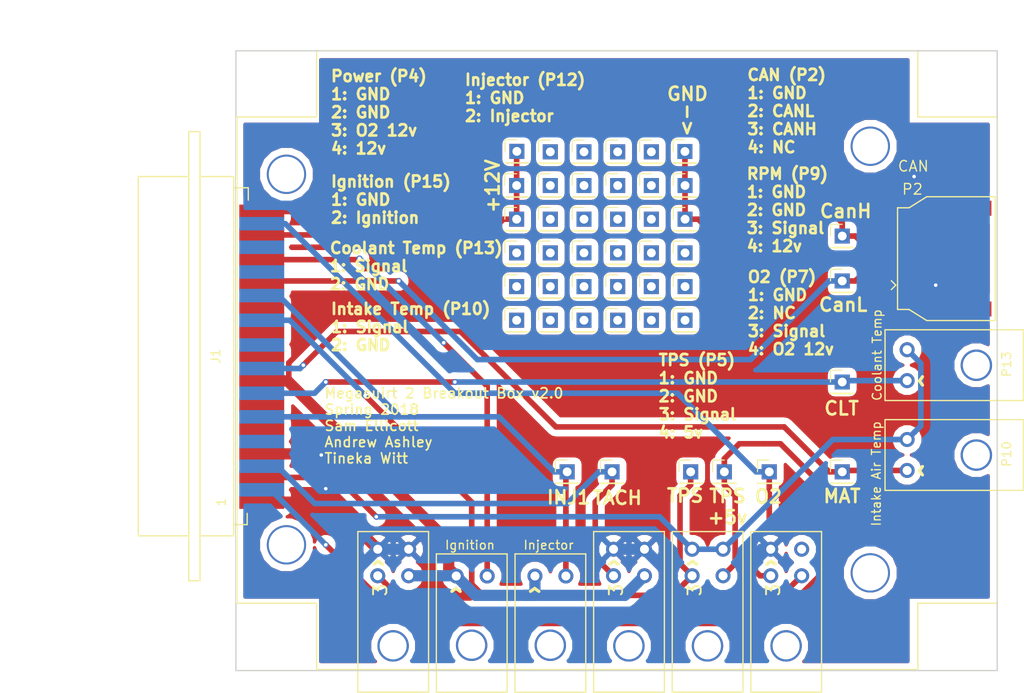
<source format=kicad_pcb>
(kicad_pcb (version 4) (host pcbnew 4.0.6)
  (layers (0 F.Cu signal) (31 B.Cu signal) (34 B.Paste user) (35 F.Paste user) (36 B.SilkS user) (37 F.SilkS user) (38 B.Mask user) (39 F.Mask user) (44 Edge.Cuts user))
  (net 0 "")
  (net 1 "Net-(J1-Pad2)")
  (net 2 "Net-(P4-Pad3)")
  (net 3 /GND)
  (net 4 "Net-(J1-Pad4)")
  (net 5 "Net-(J1-Pad5)")
  (net 6 /+12V-in)
  (net 7 "Net-(J1-Pad7)")
  (net 8 "Net-(J1-Pad8)")
  (net 9 "Net-(J1-Pad9)")
  (net 10 /purpleCANL)
  (net 11 /IGN)
  (net 12 /whiteCANH)
  (net 13 /TPS_5V)
  (net 14 /TACH)
  (net 15 "Net-(J1-Pad16)")
  (net 16 /INJ1)
  (net 17 /CLT)
  (net 18 /MAT)
  (net 19 "Net-(J1-Pad20)")
  (net 20 /TPS)
  (net 21 "Net-(J1-Pad23)")
  (net 22 "Net-(J1-Pad24)")
  (net 23 /02)
  (net 24 "Net-(J3-Pad1)")
  (net 25 "Net-(J4-Pad1)")
  (net 26 "Net-(J5-Pad1)")
  (net 27 "Net-(J6-Pad1)")
  (net 28 "Net-(J9-Pad1)")
  (net 29 "Net-(J10-Pad1)")
  (net 30 "Net-(J11-Pad1)")
  (net 31 "Net-(J12-Pad1)")
  (net 32 "Net-(J15-Pad1)")
  (net 33 "Net-(J16-Pad1)")
  (net 34 "Net-(J17-Pad1)")
  (net 35 "Net-(J18-Pad1)")
  (net 36 "Net-(J20-Pad1)")
  (net 37 "Net-(J21-Pad1)")
  (net 38 "Net-(J22-Pad1)")
  (net 39 "Net-(J23-Pad1)")
  (net 40 "Net-(J24-Pad1)")
  (net 41 "Net-(J25-Pad1)")
  (net 42 "Net-(J26-Pad1)")
  (net 43 "Net-(J27-Pad1)")
  (net 44 "Net-(J28-Pad1)")
  (net 45 "Net-(J29-Pad1)")
  (net 46 "Net-(J30-Pad1)")
  (net 47 "Net-(J31-Pad1)")
  (net 48 "Net-(J32-Pad1)")
  (net 49 "Net-(J33-Pad1)")
  (net 50 "Net-(J34-Pad1)")
  (net 51 "Net-(J35-Pad1)")
  (net 52 "Net-(J36-Pad1)")
  (net 53 "Net-(J37-Pad1)")
  (net 54 "Net-(P2-Pad4)")
  (net 55 "Net-(P7-Pad2)")
  (module supermileage_footprints:1593BB-box-silk (layer F.Cu) (at 175.387 82.804)
    (fp_text reference REF** hide)
    (fp_text value 1593BB-box)
    (pad "" thru_hole circle (at 5.588 -6.604) (size 4.445 4.445) (drill 4) (layers *.Cu *.Mask))
    (pad "" thru_hole circle (at 5.588 -48.514) (size 4.445 4.445) (drill 4) (layers *.Cu *.Mask))
    (pad "" thru_hole circle (at 71.628 -3.429) (size 4.445 4.445) (drill 4) (layers *.Cu *.Mask))
    (pad "" thru_hole circle (at 71.628 -51.689) (size 4.445 4.445) (drill 4) (layers *.Cu *.Mask))
  )
  (module Connect:DB25F_CI (layer F.Cu) (at 175.514 54.864 90)
    (fp_text reference J1 (at 0 -2.54 270) (layer F.SilkS))
    (fp_text value DB25)
    (fp_text user 1 (at -16.51 -1.905 270) (layer F.SilkS))
    (pad 1 connect rect (at -16.51 2.667 180) (size 5.08 1.524) (layers F.Cu F.Mask) (net 3 /GND))
    (pad 2 connect rect (at -13.716 2.667 180) (size 5.08 1.524) (layers F.Cu F.Mask) (net 1 "Net-(J1-Pad2)"))
    (pad 3 connect rect (at -11.049 2.667 180) (size 5.08 1.524) (layers F.Cu F.Mask) (net 3 /GND))
    (pad 4 connect rect (at -8.255 2.667 180) (size 5.08 1.524) (layers F.Cu F.Mask) (net 4 "Net-(J1-Pad4)"))
    (pad 5 connect rect (at -5.588 2.667 180) (size 5.08 1.524) (layers F.Cu F.Mask) (net 5 "Net-(J1-Pad5)"))
    (pad 6 connect rect (at -2.794 2.667 180) (size 5.08 1.524) (layers F.Cu F.Mask) (net 6 /+12V-in))
    (pad 7 connect rect (at 0 2.667 180) (size 5.08 1.524) (layers F.Cu F.Mask) (net 7 "Net-(J1-Pad7)"))
    (pad 8 connect rect (at 2.667 2.667 180) (size 5.08 1.524) (layers F.Cu F.Mask) (net 8 "Net-(J1-Pad8)"))
    (pad 9 connect rect (at 5.461 2.667 180) (size 5.08 1.524) (layers F.Cu F.Mask) (net 9 "Net-(J1-Pad9)"))
    (pad 10 connect rect (at 8.128 2.667 180) (size 5.08 1.524) (layers F.Cu F.Mask) (net 10 /purpleCANL))
    (pad 11 connect rect (at 10.922 2.667 180) (size 5.08 1.524) (layers F.Cu F.Mask) (net 11 /IGN))
    (pad 12 connect rect (at 13.716 2.667 180) (size 5.08 1.524) (layers F.Cu F.Mask) (net 12 /whiteCANH))
    (pad 13 connect rect (at 16.383 2.667 180) (size 5.08 1.524) (layers F.Cu F.Mask) (net 3 /GND))
    (pad 14 connect rect (at -15.113 2.667 180) (size 5.08 1.524) (layers B.Cu B.Mask) (net 13 /TPS_5V))
    (pad 15 connect rect (at -12.446 2.667 180) (size 5.08 1.524) (layers B.Cu B.Mask) (net 14 /TACH))
    (pad 16 connect rect (at -9.652 2.667 180) (size 5.08 1.524) (layers B.Cu B.Mask) (net 15 "Net-(J1-Pad16)"))
    (pad 17 connect rect (at -6.858 2.667 180) (size 5.08 1.524) (layers B.Cu B.Mask) (net 16 /INJ1))
    (pad 18 connect rect (at -4.191 2.667 180) (size 5.08 1.524) (layers B.Cu B.Mask) (net 17 /CLT))
    (pad 19 connect rect (at -1.397 2.667 180) (size 5.08 1.524) (layers B.Cu B.Mask) (net 18 /MAT))
    (pad 20 connect rect (at 1.27 2.667 180) (size 5.08 1.524) (layers B.Cu B.Mask) (net 19 "Net-(J1-Pad20)"))
    (pad 21 connect rect (at 4.064 2.667 180) (size 5.08 1.524) (layers B.Cu B.Mask) (net 20 /TPS))
    (pad 22 connect rect (at 6.858 2.667 180) (size 5.08 1.524) (layers B.Cu B.Mask) (net 16 /INJ1))
    (pad 23 connect rect (at 9.525 2.667 180) (size 5.08 1.524) (layers B.Cu B.Mask) (net 21 "Net-(J1-Pad23)"))
    (pad 24 connect rect (at 12.319 2.667 180) (size 5.08 1.524) (layers B.Cu B.Mask) (net 22 "Net-(J1-Pad24)"))
    (pad 25 connect rect (at 14.986 2.667 180) (size 5.08 1.524) (layers B.Cu B.Mask) (net 23 /02))
  )
  (module User_Connectors:Molex-duraClick-4conn (layer F.Cu) (at 251.89434 43.829986 90)
    (fp_text reference P2 (at 7.850886 -0.11684 180) (layer F.SilkS) (effects (font (size 1.2 1.2))))
    (fp_text value CAN (at 10.454386 -0.01524 180) (layer F.SilkS) (effects (font (size 1.2 1.2))))
    (pad 1 smd rect (at -2.999994 0 90) (size 1.2065 3.2004) (layers F.Cu F.Paste F.Mask) (net 3 /GND))
    (pad 2 smd rect (at -0.999998 0 90) (size 1.2065 3.2004) (layers F.Cu F.Paste F.Mask) (net 10 /purpleCANL))
    (pad 3 smd rect (at 0.999998 0 90) (size 1.2065 3.2004) (layers F.Cu F.Paste F.Mask) (net 12 /whiteCANH))
    (pad 4 smd rect (at 2.999994 0 90) (size 1.2065 3.2004) (layers F.Cu F.Paste F.Mask) (net 54 "Net-(P2-Pad4)"))
    (pad 0 smd rect (at -5.700014 6.16966 90) (size 1.700022 5.299964) (layers F.Cu F.Paste F.Mask))
    (pad 0 smd rect (at 5.700014 6.16966 90) (size 1.700022 5.299964) (layers F.Cu F.Paste F.Mask))
  )
  (module Pin_Headers:Pin_Header_Straight_1x01_Pitch2.54mm (layer F.Cu) (at 226.0473 31.7119)
    (fp_text reference J2)
    (fp_text value TEST_1P)
    (pad 1 thru_hole rect (at 0 0) (size 1.7 1.7) (drill 1) (layers *.Cu *.Mask) (net 3 /GND))
  )
  (module Pin_Headers:Pin_Header_Straight_1x01_Pitch2.54mm (layer F.Cu) (at 210.82 31.75)
    (fp_text reference J3)
    (fp_text value TEST_1P)
    (pad 1 thru_hole rect (at 0 0) (size 1.7 1.7) (drill 1) (layers *.Cu *.Mask) (net 24 "Net-(J3-Pad1)"))
  )
  (module Pin_Headers:Pin_Header_Straight_1x01_Pitch2.54mm (layer F.Cu) (at 214.63 31.75)
    (fp_text reference J4)
    (fp_text value TEST_1P)
    (pad 1 thru_hole rect (at 0 0) (size 1.7 1.7) (drill 1) (layers *.Cu *.Mask) (net 25 "Net-(J4-Pad1)"))
  )
  (module Pin_Headers:Pin_Header_Straight_1x01_Pitch2.54mm (layer F.Cu) (at 218.44 31.75)
    (fp_text reference J5)
    (fp_text value TEST_1P)
    (pad 1 thru_hole rect (at 0 0) (size 1.7 1.7) (drill 1) (layers *.Cu *.Mask) (net 26 "Net-(J5-Pad1)"))
  )
  (module Pin_Headers:Pin_Header_Straight_1x01_Pitch2.54mm (layer F.Cu) (at 222.25 31.75)
    (fp_text reference J6)
    (fp_text value TEST_1P)
    (pad 1 thru_hole rect (at 0 0) (size 1.7 1.7) (drill 1) (layers *.Cu *.Mask) (net 27 "Net-(J6-Pad1)"))
  )
  (module Pin_Headers:Pin_Header_Straight_1x01_Pitch2.54mm (layer F.Cu) (at 207.0354 31.6992)
    (fp_text reference J7)
    (fp_text value TEST_1P)
    (pad 1 thru_hole rect (at 0 0) (size 1.7 1.7) (drill 1) (layers *.Cu *.Mask) (net 6 /+12V-in))
  )
  (module Pin_Headers:Pin_Header_Straight_1x01_Pitch2.54mm (layer F.Cu) (at 226.06 35.56)
    (fp_text reference J8)
    (fp_text value TEST_1P)
    (pad 1 thru_hole rect (at 0 0) (size 1.7 1.7) (drill 1) (layers *.Cu *.Mask) (net 3 /GND))
  )
  (module Pin_Headers:Pin_Header_Straight_1x01_Pitch2.54mm (layer F.Cu) (at 222.25 35.56)
    (fp_text reference J9)
    (fp_text value TEST_1P)
    (pad 1 thru_hole rect (at 0 0) (size 1.7 1.7) (drill 1) (layers *.Cu *.Mask) (net 28 "Net-(J9-Pad1)"))
  )
  (module Pin_Headers:Pin_Header_Straight_1x01_Pitch2.54mm (layer F.Cu) (at 218.44 35.56)
    (fp_text reference J10)
    (fp_text value TEST_1P)
    (pad 1 thru_hole rect (at 0 0) (size 1.7 1.7) (drill 1) (layers *.Cu *.Mask) (net 29 "Net-(J10-Pad1)"))
  )
  (module Pin_Headers:Pin_Header_Straight_1x01_Pitch2.54mm (layer F.Cu) (at 214.63 35.56)
    (fp_text reference J11)
    (fp_text value TEST_1P)
    (pad 1 thru_hole rect (at 0 0) (size 1.7 1.7) (drill 1) (layers *.Cu *.Mask) (net 30 "Net-(J11-Pad1)"))
  )
  (module Pin_Headers:Pin_Header_Straight_1x01_Pitch2.54mm (layer F.Cu) (at 210.82 35.56)
    (fp_text reference J12)
    (fp_text value TEST_1P)
    (pad 1 thru_hole rect (at 0 0) (size 1.7 1.7) (drill 1) (layers *.Cu *.Mask) (net 31 "Net-(J12-Pad1)"))
  )
  (module Pin_Headers:Pin_Header_Straight_1x01_Pitch2.54mm (layer F.Cu) (at 207.01 35.56)
    (fp_text reference J13)
    (fp_text value TEST_1P)
    (pad 1 thru_hole rect (at 0 0) (size 1.7 1.7) (drill 1) (layers *.Cu *.Mask) (net 6 /+12V-in))
  )
  (module Pin_Headers:Pin_Header_Straight_1x01_Pitch2.54mm (layer F.Cu) (at 226.06 39.37)
    (fp_text reference J14)
    (fp_text value TEST_1P)
    (pad 1 thru_hole rect (at 0 0) (size 1.7 1.7) (drill 1) (layers *.Cu *.Mask) (net 3 /GND))
  )
  (module Pin_Headers:Pin_Header_Straight_1x01_Pitch2.54mm (layer F.Cu) (at 222.25 39.37)
    (fp_text reference J15)
    (fp_text value TEST_1P)
    (pad 1 thru_hole rect (at 0 0) (size 1.7 1.7) (drill 1) (layers *.Cu *.Mask) (net 32 "Net-(J15-Pad1)"))
  )
  (module Pin_Headers:Pin_Header_Straight_1x01_Pitch2.54mm (layer F.Cu) (at 218.44 39.37)
    (fp_text reference J16)
    (fp_text value TEST_1P)
    (pad 1 thru_hole rect (at 0 0) (size 1.7 1.7) (drill 1) (layers *.Cu *.Mask) (net 33 "Net-(J16-Pad1)"))
  )
  (module Pin_Headers:Pin_Header_Straight_1x01_Pitch2.54mm (layer F.Cu) (at 214.63 39.37)
    (fp_text reference J17)
    (fp_text value TEST_1P)
    (pad 1 thru_hole rect (at 0 0) (size 1.7 1.7) (drill 1) (layers *.Cu *.Mask) (net 34 "Net-(J17-Pad1)"))
  )
  (module Pin_Headers:Pin_Header_Straight_1x01_Pitch2.54mm (layer F.Cu) (at 210.82 39.37)
    (fp_text reference J18)
    (fp_text value TEST_1P)
    (pad 1 thru_hole rect (at 0 0) (size 1.7 1.7) (drill 1) (layers *.Cu *.Mask) (net 35 "Net-(J18-Pad1)"))
  )
  (module Pin_Headers:Pin_Header_Straight_1x01_Pitch2.54mm (layer F.Cu) (at 207.01 39.37)
    (fp_text reference J19)
    (fp_text value TEST_1P)
    (pad 1 thru_hole rect (at 0 0) (size 1.7 1.7) (drill 1) (layers *.Cu *.Mask) (net 6 /+12V-in))
  )
  (module Pin_Headers:Pin_Header_Straight_1x01_Pitch2.54mm (layer F.Cu) (at 226.06 43.18)
    (fp_text reference J20)
    (fp_text value TEST_1P)
    (pad 1 thru_hole rect (at 0 0) (size 1.7 1.7) (drill 1) (layers *.Cu *.Mask) (net 36 "Net-(J20-Pad1)"))
  )
  (module Pin_Headers:Pin_Header_Straight_1x01_Pitch2.54mm (layer F.Cu) (at 222.25 43.18)
    (fp_text reference J21)
    (fp_text value TEST_1P)
    (pad 1 thru_hole rect (at 0 0) (size 1.7 1.7) (drill 1) (layers *.Cu *.Mask) (net 37 "Net-(J21-Pad1)"))
  )
  (module Pin_Headers:Pin_Header_Straight_1x01_Pitch2.54mm (layer F.Cu) (at 218.44 43.18)
    (fp_text reference J22)
    (fp_text value TEST_1P)
    (pad 1 thru_hole rect (at 0 0) (size 1.7 1.7) (drill 1) (layers *.Cu *.Mask) (net 38 "Net-(J22-Pad1)"))
  )
  (module Pin_Headers:Pin_Header_Straight_1x01_Pitch2.54mm (layer F.Cu) (at 214.63 43.18)
    (fp_text reference J23)
    (fp_text value TEST_1P)
    (pad 1 thru_hole rect (at 0 0) (size 1.7 1.7) (drill 1) (layers *.Cu *.Mask) (net 39 "Net-(J23-Pad1)"))
  )
  (module Pin_Headers:Pin_Header_Straight_1x01_Pitch2.54mm (layer F.Cu) (at 210.82 43.18)
    (fp_text reference J24)
    (fp_text value TEST_1P)
    (pad 1 thru_hole rect (at 0 0) (size 1.7 1.7) (drill 1) (layers *.Cu *.Mask) (net 40 "Net-(J24-Pad1)"))
  )
  (module Pin_Headers:Pin_Header_Straight_1x01_Pitch2.54mm (layer F.Cu) (at 207.01 43.18)
    (fp_text reference J25)
    (fp_text value TEST_1P)
    (pad 1 thru_hole rect (at 0 0) (size 1.7 1.7) (drill 1) (layers *.Cu *.Mask) (net 41 "Net-(J25-Pad1)"))
  )
  (module Pin_Headers:Pin_Header_Straight_1x01_Pitch2.54mm (layer F.Cu) (at 222.25 46.99)
    (fp_text reference J26)
    (fp_text value TEST_1P)
    (pad 1 thru_hole rect (at 0 0) (size 1.7 1.7) (drill 1) (layers *.Cu *.Mask) (net 42 "Net-(J26-Pad1)"))
  )
  (module Pin_Headers:Pin_Header_Straight_1x01_Pitch2.54mm (layer F.Cu) (at 226.06 46.99)
    (fp_text reference J27)
    (fp_text value TEST_1P)
    (pad 1 thru_hole rect (at 0 0) (size 1.7 1.7) (drill 1) (layers *.Cu *.Mask) (net 43 "Net-(J27-Pad1)"))
  )
  (module Pin_Headers:Pin_Header_Straight_1x01_Pitch2.54mm (layer F.Cu) (at 218.44 46.99)
    (fp_text reference J28)
    (fp_text value TEST_1P)
    (pad 1 thru_hole rect (at 0 0) (size 1.7 1.7) (drill 1) (layers *.Cu *.Mask) (net 44 "Net-(J28-Pad1)"))
  )
  (module Pin_Headers:Pin_Header_Straight_1x01_Pitch2.54mm (layer F.Cu) (at 214.63 46.99)
    (fp_text reference J29)
    (fp_text value TEST_1P)
    (pad 1 thru_hole rect (at 0 0) (size 1.7 1.7) (drill 1) (layers *.Cu *.Mask) (net 45 "Net-(J29-Pad1)"))
  )
  (module Pin_Headers:Pin_Header_Straight_1x01_Pitch2.54mm (layer F.Cu) (at 210.82 46.99)
    (fp_text reference J30)
    (fp_text value TEST_1P)
    (pad 1 thru_hole rect (at 0 0) (size 1.7 1.7) (drill 1) (layers *.Cu *.Mask) (net 46 "Net-(J30-Pad1)"))
  )
  (module Pin_Headers:Pin_Header_Straight_1x01_Pitch2.54mm (layer F.Cu) (at 207.01 46.99)
    (fp_text reference J31)
    (fp_text value TEST_1P)
    (pad 1 thru_hole rect (at 0 0) (size 1.7 1.7) (drill 1) (layers *.Cu *.Mask) (net 47 "Net-(J31-Pad1)"))
  )
  (module Pin_Headers:Pin_Header_Straight_1x01_Pitch2.54mm (layer F.Cu) (at 226.06 50.8)
    (fp_text reference J32)
    (fp_text value TEST_1P)
    (pad 1 thru_hole rect (at 0 0) (size 1.7 1.7) (drill 1) (layers *.Cu *.Mask) (net 48 "Net-(J32-Pad1)"))
  )
  (module Pin_Headers:Pin_Header_Straight_1x01_Pitch2.54mm (layer F.Cu) (at 222.25 50.8)
    (fp_text reference J33)
    (fp_text value TEST_1P)
    (pad 1 thru_hole rect (at 0 0) (size 1.7 1.7) (drill 1) (layers *.Cu *.Mask) (net 49 "Net-(J33-Pad1)"))
  )
  (module Pin_Headers:Pin_Header_Straight_1x01_Pitch2.54mm (layer F.Cu) (at 218.44 50.8)
    (fp_text reference J34)
    (fp_text value TEST_1P)
    (pad 1 thru_hole rect (at 0 0) (size 1.7 1.7) (drill 1) (layers *.Cu *.Mask) (net 50 "Net-(J34-Pad1)"))
  )
  (module Pin_Headers:Pin_Header_Straight_1x01_Pitch2.54mm (layer F.Cu) (at 214.63 50.8)
    (fp_text reference J35)
    (fp_text value TEST_1P)
    (pad 1 thru_hole rect (at 0 0) (size 1.7 1.7) (drill 1) (layers *.Cu *.Mask) (net 51 "Net-(J35-Pad1)"))
  )
  (module Pin_Headers:Pin_Header_Straight_1x01_Pitch2.54mm (layer F.Cu) (at 210.82 50.8)
    (fp_text reference J36)
    (fp_text value TEST_1P)
    (pad 1 thru_hole rect (at 0 0) (size 1.7 1.7) (drill 1) (layers *.Cu *.Mask) (net 52 "Net-(J36-Pad1)"))
  )
  (module Pin_Headers:Pin_Header_Straight_1x01_Pitch2.54mm (layer F.Cu) (at 207.01 50.8)
    (fp_text reference J37)
    (fp_text value TEST_1P)
    (pad 1 thru_hole rect (at 0 0) (size 1.7 1.7) (drill 1) (layers *.Cu *.Mask) (net 53 "Net-(J37-Pad1)"))
  )
  (module Pin_Headers:Pin_Header_Straight_1x01_Pitch2.54mm (layer F.Cu) (at 235.585 67.945)
    (fp_text reference J38)
    (fp_text value O2)
    (pad 1 thru_hole rect (at 0 0) (size 1.7 1.7) (drill 1) (layers *.Cu *.Mask) (net 23 /02))
  )
  (module Pin_Headers:Pin_Header_Straight_1x01_Pitch2.54mm (layer F.Cu) (at 243.84 41.275)
    (fp_text reference J39)
    (fp_text value CANH)
    (pad 1 thru_hole rect (at 0 0) (size 1.7 1.7) (drill 1) (layers *.Cu *.Mask) (net 12 /whiteCANH))
  )
  (module Pin_Headers:Pin_Header_Straight_1x01_Pitch2.54mm (layer F.Cu) (at 243.84 46.355)
    (fp_text reference J40)
    (fp_text value CANL)
    (pad 1 thru_hole rect (at 0 0) (size 1.7 1.7) (drill 1) (layers *.Cu *.Mask) (net 10 /purpleCANL))
  )
  (module Pin_Headers:Pin_Header_Straight_1x01_Pitch2.54mm (layer F.Cu) (at 212.725 67.945)
    (fp_text reference J41)
    (fp_text value INJ)
    (pad 1 thru_hole rect (at 0 0) (size 1.7 1.7) (drill 1) (layers *.Cu *.Mask) (net 16 /INJ1))
  )
  (module Pin_Headers:Pin_Header_Straight_1x01_Pitch2.54mm (layer F.Cu) (at 226.695 67.945)
    (fp_text reference J42)
    (fp_text value TPS)
    (pad 1 thru_hole rect (at 0 0) (size 1.7 1.7) (drill 1) (layers *.Cu *.Mask) (net 20 /TPS))
  )
  (module Pin_Headers:Pin_Header_Straight_1x01_Pitch2.54mm (layer F.Cu) (at 243.84 67.945)
    (fp_text reference J43)
    (fp_text value MAT)
    (pad 1 thru_hole rect (at 0 0) (size 1.7 1.7) (drill 1) (layers *.Cu *.Mask) (net 18 /MAT))
  )
  (module Pin_Headers:Pin_Header_Straight_1x01_Pitch2.54mm (layer F.Cu) (at 243.84 57.785)
    (fp_text reference J44)
    (fp_text value CLT)
    (pad 1 thru_hole rect (at 0 0) (size 1.7 1.7) (drill 1) (layers *.Cu *.Mask) (net 17 /CLT))
  )
  (module Pin_Headers:Pin_Header_Straight_1x01_Pitch2.54mm (layer F.Cu) (at 217.805 67.945)
    (fp_text reference J45)
    (fp_text value TACH)
    (pad 1 thru_hole rect (at 0 0) (size 1.7 1.7) (drill 1) (layers *.Cu *.Mask) (net 14 /TACH))
  )
  (module Pin_Headers:Pin_Header_Straight_1x01_Pitch2.54mm (layer F.Cu) (at 230.505 67.945)
    (fp_text reference J46)
    (fp_text value TPS_5V)
    (pad 1 thru_hole rect (at 0 0) (size 1.7 1.7) (drill 1) (layers *.Cu *.Mask) (net 13 /TPS_5V))
  )
  (module supermileage_footprints:Molex-UltraFit-2p (layer F.Cu) (at 259.08 55.88 90)
    (fp_text reference P13 (at 0.1016 3.3528 90) (layer F.SilkS))
    (fp_text value "Coolant Temp" (at 1.143 -11.303 90) (layer F.SilkS))
    (fp_text user ^ (at -1.778 -5.08 90) (layer F.SilkS) (effects (font (size 2.4 2.5) (thickness 0.357))))
    (pad 1 thru_hole circle (at -1.75 -7.9 90) (size 1.7 1.7) (drill 1.02) (layers *.Cu *.Mask) (net 17 /CLT))
    (pad 2 thru_hole circle (at 1.75 -7.9 90) (size 1.7 1.7) (drill 1.02) (layers *.Cu *.Mask) (net 1 "Net-(J1-Pad2)"))
    (pad "" thru_hole circle (at -0.01 -0.07 90) (size 3.556 3.556) (drill 3.05) (layers *.Cu *.Mask))
  )
  (module supermileage_footprints:Molex-UltraFit-2p (layer F.Cu) (at 259.08 66.04 90)
    (fp_text reference P10 (at 0.1016 3.3528 90) (layer F.SilkS))
    (fp_text value "Intake Air Temp" (at -2.1209 -11.3919 90) (layer F.SilkS))
    (fp_text user ^ (at -1.778 -5.08 90) (layer F.SilkS) (effects (font (size 2.4 2.5) (thickness 0.357))))
    (pad 1 thru_hole circle (at -1.75 -7.9 90) (size 1.7 1.7) (drill 1.02) (layers *.Cu *.Mask) (net 18 /MAT))
    (pad 2 thru_hole circle (at 1.75 -7.9 90) (size 1.7 1.7) (drill 1.02) (layers *.Cu *.Mask) (net 1 "Net-(J1-Pad2)"))
    (pad "" thru_hole circle (at -0.01 -0.07 90) (size 3.556 3.556) (drill 3.05) (layers *.Cu *.Mask))
  )
  (module supermileage_footprints:Molex-UltraFit-2p (layer F.Cu) (at 201.93 87.63)
    (fp_text reference P15)
    (fp_text value Ignition (at -0.2 -11.4) (layer F.SilkS))
    (fp_text user ^ (at -1.778 -5.08) (layer F.SilkS) (effects (font (size 2.4 2.5) (thickness 0.357))))
    (pad 1 thru_hole circle (at -1.75 -7.9) (size 1.7 1.7) (drill 1.02) (layers *.Cu *.Mask) (net 6 /+12V-in))
    (pad 2 thru_hole circle (at 1.75 -7.9) (size 1.7 1.7) (drill 1.02) (layers *.Cu *.Mask) (net 11 /IGN))
    (pad "" thru_hole circle (at -0.01 -0.07) (size 3.556 3.556) (drill 3.05) (layers *.Cu *.Mask))
  )
  (module supermileage_footprints:Molex-UltraFit-2p (layer F.Cu) (at 210.83 87.63)
    (fp_text reference P12)
    (fp_text value Injector (at -0.2 -11.4) (layer F.SilkS))
    (fp_text user ^ (at -1.778 -5.08) (layer F.SilkS) (effects (font (size 2.4 2.5) (thickness 0.357))))
    (pad 1 thru_hole circle (at -1.75 -7.9) (size 1.7 1.7) (drill 1.02) (layers *.Cu *.Mask) (net 6 /+12V-in))
    (pad 2 thru_hole circle (at 1.75 -7.9) (size 1.7 1.7) (drill 1.02) (layers *.Cu *.Mask) (net 16 /INJ1))
    (pad "" thru_hole circle (at -0.01 -0.07) (size 3.556 3.556) (drill 3.05) (layers *.Cu *.Mask))
  )
  (module supermileage_footprints:Molex-UltraFit-4p (layer F.Cu) (at 215.72 74.7)
    (fp_text reference P9)
    (fp_text value RPM)
    (fp_text user 3 (at 2.54 6.604 90) (layer F.SilkS) (effects (font (size 1.5 1.5) (thickness 0.21))))
    (fp_text user ^ (at 2.286 4.826) (layer F.SilkS) (effects (font (size 2.5 2.5) (thickness 0.357))))
    (pad 2 thru_hole circle (at 5.75 2) (size 1.7 1.7) (drill 1.02) (layers *.Cu *.Mask) (net 3 /GND))
    (pad 3 thru_hole circle (at 2.25 5) (size 1.7 1.7) (drill 1.02) (layers *.Cu *.Mask) (net 14 /TACH))
    (pad 4 thru_hole circle (at 5.75 5) (size 1.7 1.7) (drill 1.02) (layers *.Cu *.Mask) (net 6 /+12V-in))
    (pad 1 thru_hole circle (at 2.25 2) (size 1.7 1.7) (drill 1.02) (layers *.Cu *.Mask) (net 3 /GND))
    (pad "" thru_hole circle (at 3.99 12.93) (size 3.556 3.556) (drill 3.05) (layers *.Cu *.Mask))
  )
  (module supermileage_footprints:Molex-UltraFit-4p (layer F.Cu) (at 224.61 74.7)
    (fp_text reference P5)
    (fp_text value "Throttle Position Sensor")
    (fp_text user 3 (at 2.54 6.604 90) (layer F.SilkS) (effects (font (size 1.5 1.5) (thickness 0.21))))
    (fp_text user ^ (at 2.286 4.826) (layer F.SilkS) (effects (font (size 2.5 2.5) (thickness 0.357))))
    (pad 2 thru_hole circle (at 5.75 2) (size 1.7 1.7) (drill 1.02) (layers *.Cu *.Mask) (net 1 "Net-(J1-Pad2)"))
    (pad 3 thru_hole circle (at 2.25 5) (size 1.7 1.7) (drill 1.02) (layers *.Cu *.Mask) (net 20 /TPS))
    (pad 4 thru_hole circle (at 5.75 5) (size 1.7 1.7) (drill 1.02) (layers *.Cu *.Mask) (net 13 /TPS_5V))
    (pad 1 thru_hole circle (at 2.25 2) (size 1.7 1.7) (drill 1.02) (layers *.Cu *.Mask) (net 1 "Net-(J1-Pad2)"))
    (pad "" thru_hole circle (at 3.99 12.93) (size 3.556 3.556) (drill 3.05) (layers *.Cu *.Mask))
  )
  (module supermileage_footprints:Molex-UltraFit-4p (layer F.Cu) (at 233.5 74.7)
    (fp_text reference P7)
    (fp_text value "O2 Sensor")
    (fp_text user 3 (at 2.54 6.604 90) (layer F.SilkS) (effects (font (size 1.5 1.5) (thickness 0.21))))
    (fp_text user ^ (at 2.286 4.826) (layer F.SilkS) (effects (font (size 2.5 2.5) (thickness 0.357))))
    (pad 2 thru_hole circle (at 5.75 2) (size 1.7 1.7) (drill 1.02) (layers *.Cu *.Mask) (net 55 "Net-(P7-Pad2)"))
    (pad 3 thru_hole circle (at 2.25 5) (size 1.7 1.7) (drill 1.02) (layers *.Cu *.Mask) (net 23 /02))
    (pad 4 thru_hole circle (at 5.75 5) (size 1.7 1.7) (drill 1.02) (layers *.Cu *.Mask) (net 2 "Net-(P4-Pad3)"))
    (pad 1 thru_hole circle (at 2.25 2) (size 1.7 1.7) (drill 1.02) (layers *.Cu *.Mask) (net 3 /GND))
    (pad "" thru_hole circle (at 3.99 12.93) (size 3.556 3.556) (drill 3.05) (layers *.Cu *.Mask))
  )
  (module supermileage_footprints:Molex-UltraFit-4p (layer F.Cu) (at 189.05 74.7)
    (fp_text reference P4)
    (fp_text value Power)
    (fp_text user 3 (at 2.54 6.604 90) (layer F.SilkS) (effects (font (size 1.5 1.5) (thickness 0.21))))
    (fp_text user ^ (at 2.286 4.826) (layer F.SilkS) (effects (font (size 2.5 2.5) (thickness 0.357))))
    (pad 2 thru_hole circle (at 5.75 2) (size 1.7 1.7) (drill 1.02) (layers *.Cu *.Mask) (net 3 /GND))
    (pad 3 thru_hole circle (at 2.25 5) (size 1.7 1.7) (drill 1.02) (layers *.Cu *.Mask) (net 2 "Net-(P4-Pad3)"))
    (pad 4 thru_hole circle (at 5.75 5) (size 1.7 1.7) (drill 1.02) (layers *.Cu *.Mask) (net 6 /+12V-in))
    (pad 1 thru_hole circle (at 2.25 2) (size 1.7 1.7) (drill 1.02) (layers *.Cu *.Mask) (net 3 /GND))
    (pad "" thru_hole circle (at 3.99 12.93) (size 3.556 3.556) (drill 3.05) (layers *.Cu *.Mask))
  )
  (gr_text CanH (at 244.2337 38.4556) (layer F.SilkS) (effects (font (size 1.5 1.5) (thickness 0.3))))
  (gr_text CanL (at 243.9416 49.0474) (layer F.SilkS) (effects (font (size 1.5 1.5) (thickness 0.3))))
  (gr_text "CLT\n" (at 243.7638 60.7695) (layer F.SilkS) (effects (font (size 1.5 1.5) (thickness 0.3))))
  (gr_text MAT (at 243.8146 70.6882) (layer F.SilkS) (effects (font (size 1.5 1.5) (thickness 0.3))))
  (gr_text O2 (at 235.4961 70.739) (layer F.SilkS) (effects (font (size 1.5 1.5) (thickness 0.3))))
  (gr_text "TPS\n+5v\n" (at 230.8606 71.8947) (layer F.SilkS) (effects (font (size 1.5 1.5) (thickness 0.3))))
  (gr_text TPS (at 226.0727 70.6374) (layer F.SilkS) (effects (font (size 1.5 1.5) (thickness 0.3))))
  (gr_text "TACH\n" (at 218.4019 70.8914) (layer F.SilkS) (effects (font (size 1.5 1.5) (thickness 0.3))))
  (gr_text INJ1 (at 212.8901 70.8406) (layer F.SilkS) (effects (font (size 1.5 1.5) (thickness 0.3))))
  (gr_text +12V (at 204.2922 35.6235 90) (layer F.SilkS) (effects (font (size 1.5 1.5) (thickness 0.3))))
  (gr_text "->\n" (at 226.4029 28.1432 270) (layer F.SilkS) (effects (font (size 1.5 1.5) (thickness 0.3))))
  (gr_text GND (at 226.3394 25.1968) (layer F.SilkS) (effects (font (size 1.5 1.5) (thickness 0.3))))
  (gr_text "Megasuirt 2 Breakout Box v2.0\nSpring 2018\nSam Ellicott\nAndrew Ashley\nTineka Witt" (at 185.166 62.738) (layer F.SilkS) (effects (font (size 1.143 1.143) (thickness 0.1905)) (justify left)))
  (gr_text "CAN (P2)\n1: GND\n2: CANL\n3: CANH\n4: NC" (at 232.9434 27.1399) (layer F.SilkS) (effects (font (size 1.27 1.27) (thickness 0.3)) (justify left)))
  (gr_text "TPS (P5)\n1: GND\n2: GND\n3: Signal\n4: 5v" (at 222.9104 59.3979) (layer F.SilkS) (effects (font (size 1.27 1.27) (thickness 0.3)) (justify left)))
  (gr_text "Intake Temp (P10)\n1: Signal\n2: GND" (at 185.8518 51.562) (layer F.SilkS) (effects (font (size 1.27 1.27) (thickness 0.3)) (justify left)))
  (gr_text "Coolant Temp (P13)\n1: Signal\n2: GND" (at 185.7248 44.6786) (layer F.SilkS) (effects (font (size 1.27 1.27) (thickness 0.3)) (justify left)))
  (gr_text "O2 (P7)\n1: GND\n2: NC\n3: Signal\n4: O2 12v" (at 232.9942 49.9872) (layer F.SilkS) (effects (font (size 1.27 1.27) (thickness 0.3)) (justify left)))
  (gr_text "RPM (P9)\n1: GND\n2: GND\n3: Signal\n4: 12v" (at 232.8799 38.3286) (layer F.SilkS) (effects (font (size 1.27 1.27) (thickness 0.3)) (justify left)))
  (gr_text "Injector (P12)\n1: GND\n2: Injector" (at 201.0029 25.654) (layer F.SilkS) (effects (font (size 1.27 1.27) (thickness 0.3)) (justify left)))
  (gr_text "Ignition (P15)\n1: GND\n2: Ignition" (at 185.8518 37.1602) (layer F.SilkS) (effects (font (size 1.27 1.27) (thickness 0.3)) (justify left)))
  (gr_text "Power (P4)\n1: GND\n2: GND\n3: O2 12v\n4: 12v" (at 185.8518 27.2796) (layer F.SilkS) (effects (font (size 1.27 1.27) (thickness 0.3)) (justify left)))
  (gr_line (start 261.366 90.424) (end 175.26 90.424) (layer Edge.Cuts) (width 0.15))
  (gr_line (start 261.366 20.32) (end 261.366 90.424) (layer Edge.Cuts) (width 0.15))
  (gr_line (start 175.26 20.32) (end 261.366 20.32) (layer Edge.Cuts) (width 0.15))
  (gr_line (start 175.26 90.424) (end 175.26 20.32) (layer Edge.Cuts) (width 0.15))
  (segment (start 230.36 76.7) (end 226.86 76.7) (width 0.635) (layer B.Cu) (net 1))
  (segment (start 226.86 76.7) (end 223.185 73.025) (width 0.635) (layer B.Cu) (net 1))
  (segment (start 186.69 68.58) (end 190.792101 72.682101) (width 0.635) (layer F.Cu) (net 1))
  (segment (start 178.181 68.58) (end 186.69 68.58) (width 0.635) (layer F.Cu) (net 1))
  (via (at 191.135 73.025) (size 0.6858) (drill 0.4) (layers F.Cu B.Cu) (net 1))
  (segment (start 191.619933 73.025) (end 191.135 73.025) (width 0.635) (layer B.Cu) (net 1))
  (segment (start 223.185 73.025) (end 191.619933 73.025) (width 0.635) (layer B.Cu) (net 1))
  (segment (start 190.792101 72.682101) (end 191.135 73.025) (width 0.635) (layer F.Cu) (net 1))
  (segment (start 251.18 54.13) (end 252.73 55.68) (width 0.635) (layer B.Cu) (net 1))
  (segment (start 252.73 55.68) (end 252.73 62.74) (width 0.635) (layer B.Cu) (net 1))
  (segment (start 252.73 62.74) (end 252.029999 63.440001) (width 0.635) (layer B.Cu) (net 1))
  (segment (start 252.029999 63.440001) (end 251.18 64.29) (width 0.635) (layer B.Cu) (net 1))
  (segment (start 230.36 76.7) (end 242.77 64.29) (width 0.635) (layer B.Cu) (net 1))
  (segment (start 242.77 64.29) (end 251.18 64.29) (width 0.635) (layer B.Cu) (net 1))
  (segment (start 192.149999 80.549999) (end 191.3 79.7) (width 0.635) (layer F.Cu) (net 2))
  (segment (start 235.347461 83.602539) (end 195.202539 83.602539) (width 0.635) (layer F.Cu) (net 2))
  (segment (start 239.25 79.7) (end 235.347461 83.602539) (width 0.635) (layer F.Cu) (net 2))
  (segment (start 195.202539 83.602539) (end 192.149999 80.549999) (width 0.635) (layer F.Cu) (net 2))
  (segment (start 238.0098 49.8348) (end 246.65432 49.8348) (width 0.635) (layer F.Cu) (net 3))
  (segment (start 246.65432 49.8348) (end 249.65914 46.82998) (width 0.635) (layer F.Cu) (net 3))
  (segment (start 249.65914 46.82998) (end 251.89434 46.82998) (width 0.635) (layer F.Cu) (net 3))
  (segment (start 226.06 39.37) (end 227.545 39.37) (width 0.635) (layer F.Cu) (net 3))
  (segment (start 227.545 39.37) (end 238.0098 49.8348) (width 0.635) (layer F.Cu) (net 3))
  (segment (start 226.06 35.56) (end 226.06 39.37) (width 0.635) (layer F.Cu) (net 3))
  (segment (start 226.0473 31.7119) (end 226.0473 35.5473) (width 0.635) (layer F.Cu) (net 3))
  (segment (start 226.0473 35.5473) (end 226.06 35.56) (width 0.635) (layer F.Cu) (net 3))
  (segment (start 255.524 45.72) (end 254.41402 46.82998) (width 0.635) (layer B.Cu) (net 3))
  (via (at 254.41402 46.82998) (size 0.6858) (drill 0.4) (layers F.Cu B.Cu) (net 3))
  (segment (start 255.524 41.148) (end 255.524 45.72) (width 0.635) (layer B.Cu) (net 3))
  (segment (start 253.492 39.116) (end 255.524 41.148) (width 0.635) (layer B.Cu) (net 3))
  (segment (start 253.492 36.068) (end 253.492 39.116) (width 0.635) (layer B.Cu) (net 3))
  (segment (start 251.968 34.544) (end 253.492 36.068) (width 0.635) (layer B.Cu) (net 3))
  (segment (start 249.7593 35.56) (end 250.952 35.56) (width 0.635) (layer F.Cu) (net 3))
  (segment (start 250.952 35.56) (end 251.968 34.544) (width 0.635) (layer F.Cu) (net 3))
  (via (at 251.968 34.544) (size 0.6858) (drill 0.4) (layers F.Cu B.Cu) (net 3))
  (segment (start 251.89434 46.82998) (end 254.41402 46.82998) (width 0.635) (layer F.Cu) (net 3))
  (segment (start 254.41402 46.82998) (end 255.016 46.228) (width 0.635) (layer F.Cu) (net 3))
  (segment (start 183.769 38.481) (end 178.181 38.481) (width 0.635) (layer F.Cu) (net 3))
  (segment (start 255.016 46.228) (end 254.635 45.847) (width 0.635) (layer F.Cu) (net 3))
  (segment (start 254.635 45.847) (end 254.635 40.4357) (width 0.635) (layer F.Cu) (net 3))
  (segment (start 194.945 27.305) (end 183.769 38.481) (width 0.635) (layer F.Cu) (net 3))
  (segment (start 254.635 40.4357) (end 249.7593 35.56) (width 0.635) (layer F.Cu) (net 3))
  (segment (start 249.7593 35.56) (end 243.205 35.56) (width 0.635) (layer F.Cu) (net 3))
  (segment (start 243.205 35.56) (end 234.95 27.305) (width 0.635) (layer F.Cu) (net 3))
  (segment (start 234.95 27.305) (end 194.945 27.305) (width 0.635) (layer F.Cu) (net 3))
  (segment (start 224.155 83.82) (end 188.595 83.82) (width 1.27) (layer B.Cu) (net 3))
  (segment (start 190.450001 77.549999) (end 191.3 76.7) (width 1.27) (layer B.Cu) (net 3))
  (segment (start 188.595 83.82) (end 188.595 79.405) (width 1.27) (layer B.Cu) (net 3))
  (segment (start 188.595 79.405) (end 190.450001 77.549999) (width 1.27) (layer B.Cu) (net 3))
  (segment (start 178.181 65.913) (end 184.785 65.913) (width 1.27) (layer F.Cu) (net 3))
  (segment (start 184.912 66.524933) (end 184.912 66.04) (width 1.27) (layer B.Cu) (net 3))
  (segment (start 184.912 69.342) (end 184.912 66.524933) (width 1.27) (layer B.Cu) (net 3))
  (segment (start 185.42 69.85) (end 184.912 69.342) (width 1.27) (layer B.Cu) (net 3))
  (segment (start 184.785 65.913) (end 184.912 66.04) (width 1.27) (layer F.Cu) (net 3))
  (via (at 184.912 66.04) (size 0.6858) (drill 0.4) (layers F.Cu B.Cu) (net 3))
  (segment (start 235.75 76.7) (end 234.704 76.7) (width 1.27) (layer B.Cu) (net 3))
  (segment (start 234.704 76.7) (end 232.664 78.74) (width 1.27) (layer B.Cu) (net 3))
  (segment (start 230.632 83.82) (end 224.155 83.82) (width 1.27) (layer B.Cu) (net 3))
  (segment (start 232.664 78.74) (end 232.664 81.788) (width 1.27) (layer B.Cu) (net 3))
  (segment (start 232.664 81.788) (end 230.632 83.82) (width 1.27) (layer B.Cu) (net 3))
  (segment (start 191.3 76.7) (end 185.974 71.374) (width 1.27) (layer F.Cu) (net 3))
  (segment (start 185.42 69.85) (end 185.974 70.404) (width 1.27) (layer F.Cu) (net 3))
  (segment (start 185.974 70.404) (end 185.974 71.374) (width 1.27) (layer F.Cu) (net 3))
  (via (at 185.42 69.85) (size 0.6858) (drill 0.4) (layers F.Cu B.Cu) (net 3))
  (segment (start 221.47 76.7) (end 224.155 79.385) (width 1.27) (layer B.Cu) (net 3))
  (segment (start 224.155 79.385) (end 224.155 83.82) (width 1.27) (layer B.Cu) (net 3))
  (segment (start 217.97 76.7) (end 221.47 76.7) (width 1.27) (layer B.Cu) (net 3))
  (segment (start 194.8 76.7) (end 191.3 76.7) (width 1.27) (layer B.Cu) (net 3))
  (segment (start 185.974 71.374) (end 178.181 71.374) (width 1.27) (layer F.Cu) (net 3))
  (segment (start 207.01 35.56) (end 207.01 31.7246) (width 0.635) (layer F.Cu) (net 6))
  (segment (start 207.01 31.7246) (end 207.0354 31.6992) (width 0.635) (layer F.Cu) (net 6))
  (segment (start 207.01 39.37) (end 207.01 35.56) (width 0.635) (layer F.Cu) (net 6))
  (segment (start 197.5984 50.0126) (end 197.5984 47.2966) (width 0.635) (layer F.Cu) (net 6))
  (segment (start 197.5984 47.2966) (end 205.525 39.37) (width 0.635) (layer F.Cu) (net 6))
  (segment (start 205.525 39.37) (end 207.01 39.37) (width 0.635) (layer F.Cu) (net 6))
  (segment (start 186.8424 50.0126) (end 197.5984 50.0126) (width 0.635) (layer F.Cu) (net 6))
  (segment (start 181.102 57.4421) (end 181.102 57.658) (width 0.381) (layer F.Cu) (net 6))
  (segment (start 181.102 57.4421) (end 181.238501 57.305599) (width 0.635) (layer F.Cu) (net 6))
  (segment (start 181.238501 57.305599) (end 181.238501 55.616499) (width 0.635) (layer F.Cu) (net 6))
  (segment (start 181.238501 55.616499) (end 186.8424 50.0126) (width 0.635) (layer F.Cu) (net 6))
  (segment (start 207.0354 31.6992) (end 207.0354 35.5346) (width 0.381) (layer F.Cu) (net 6))
  (segment (start 207.0354 35.5346) (end 207.01 35.56) (width 0.381) (layer F.Cu) (net 6))
  (segment (start 200.18 79.73) (end 199.330001 78.880001) (width 1.27) (layer F.Cu) (net 6))
  (segment (start 199.330001 78.880001) (end 199.330001 75.886001) (width 1.27) (layer F.Cu) (net 6))
  (segment (start 199.330001 75.886001) (end 181.102 57.658) (width 1.27) (layer F.Cu) (net 6))
  (segment (start 181.102 57.658) (end 178.181 57.658) (width 1.27) (layer F.Cu) (net 6))
  (segment (start 208.28 81.915) (end 202.365 81.915) (width 1.27) (layer B.Cu) (net 6))
  (segment (start 208.915 81.915) (end 208.28 81.915) (width 1.27) (layer B.Cu) (net 6))
  (segment (start 208.28 81.915) (end 208.788 81.915) (width 0.635) (layer B.Cu) (net 6))
  (segment (start 207.894998 81.915) (end 208.788 81.915) (width 1.27) (layer B.Cu) (net 6))
  (segment (start 208.788 81.915) (end 219.255 81.915) (width 1.27) (layer B.Cu) (net 6))
  (segment (start 209.08 79.73) (end 209.08 81.75) (width 1.27) (layer B.Cu) (net 6))
  (segment (start 209.08 81.75) (end 208.915 81.915) (width 1.27) (layer B.Cu) (net 6))
  (segment (start 219.255 81.915) (end 221.47 79.7) (width 1.27) (layer B.Cu) (net 6))
  (segment (start 202.365 81.915) (end 201.029999 80.579999) (width 1.27) (layer B.Cu) (net 6))
  (segment (start 201.029999 80.579999) (end 200.18 79.73) (width 1.27) (layer B.Cu) (net 6))
  (segment (start 194.8 79.7) (end 200.15 79.7) (width 1.27) (layer B.Cu) (net 6))
  (segment (start 200.15 79.7) (end 200.18 79.73) (width 1.27) (layer B.Cu) (net 6))
  (segment (start 207.01 39.37) (end 207.01 31.7246) (width 0.25) (layer F.Cu) (net 6))
  (segment (start 193.675 46.355) (end 178.562 46.355) (width 0.635) (layer F.Cu) (net 10))
  (segment (start 178.562 46.355) (end 178.181 46.736) (width 0.635) (layer F.Cu) (net 10))
  (segment (start 193.675 46.355) (end 194.31 46.99) (width 0.635) (layer B.Cu) (net 10))
  (via (at 193.675 46.355) (size 0.6858) (drill 0.4) (layers F.Cu B.Cu) (net 10))
  (segment (start 202.565 55.245) (end 193.675 46.355) (width 0.635) (layer B.Cu) (net 10))
  (segment (start 233.465 55.245) (end 202.565 55.245) (width 0.635) (layer B.Cu) (net 10))
  (segment (start 243.84 46.355) (end 242.355 46.355) (width 0.635) (layer B.Cu) (net 10))
  (segment (start 242.355 46.355) (end 233.465 55.245) (width 0.635) (layer B.Cu) (net 10))
  (segment (start 243.84 46.355) (end 245.325 46.355) (width 0.635) (layer F.Cu) (net 10))
  (segment (start 249.65914 44.829984) (end 251.89434 44.829984) (width 0.635) (layer F.Cu) (net 10))
  (segment (start 245.325 46.355) (end 246.850016 44.829984) (width 0.635) (layer F.Cu) (net 10))
  (segment (start 246.850016 44.829984) (end 249.65914 44.829984) (width 0.635) (layer F.Cu) (net 10))
  (segment (start 178.181 43.942) (end 189.103008 43.942) (width 0.635) (layer F.Cu) (net 11))
  (segment (start 189.103008 43.942) (end 189.230008 43.815) (width 0.635) (layer F.Cu) (net 11))
  (segment (start 203.68 79.73) (end 203.68 58.265) (width 0.635) (layer F.Cu) (net 11))
  (segment (start 203.68 58.265) (end 198.755 53.34) (width 0.635) (layer F.Cu) (net 11))
  (segment (start 189.230008 43.815008) (end 189.230008 43.815) (width 0.635) (layer B.Cu) (net 11))
  (segment (start 198.755 53.34) (end 189.230008 43.815008) (width 0.635) (layer B.Cu) (net 11))
  (via (at 189.230008 43.815) (size 0.6858) (drill 0.4) (layers F.Cu B.Cu) (net 11))
  (via (at 198.755 53.34) (size 0.6858) (drill 0.4) (layers F.Cu B.Cu) (net 11))
  (segment (start 197.485 29.21) (end 185.547 41.148) (width 0.635) (layer F.Cu) (net 12))
  (segment (start 185.547 41.148) (end 178.181 41.148) (width 0.635) (layer F.Cu) (net 12))
  (segment (start 233.26 29.21) (end 197.485 29.21) (width 0.635) (layer F.Cu) (net 12))
  (segment (start 243.84 41.275) (end 243.84 39.79) (width 0.635) (layer F.Cu) (net 12))
  (segment (start 243.84 39.79) (end 233.26 29.21) (width 0.635) (layer F.Cu) (net 12))
  (segment (start 243.84 41.275) (end 245.325 41.275) (width 0.635) (layer F.Cu) (net 12))
  (segment (start 246.879988 42.829988) (end 249.65914 42.829988) (width 0.635) (layer F.Cu) (net 12))
  (segment (start 245.325 41.275) (end 246.879988 42.829988) (width 0.635) (layer F.Cu) (net 12))
  (segment (start 249.65914 42.829988) (end 251.89434 42.829988) (width 0.635) (layer F.Cu) (net 12))
  (segment (start 185.42 76.2) (end 179.197 69.977) (width 0.635) (layer B.Cu) (net 13))
  (segment (start 179.197 69.977) (end 178.181 69.977) (width 0.635) (layer B.Cu) (net 13))
  (segment (start 194.31 85.09) (end 185.42 76.2) (width 0.635) (layer F.Cu) (net 13))
  (via (at 185.42 76.2) (size 0.6858) (drill 0.4) (layers F.Cu B.Cu) (net 13))
  (segment (start 235.883902 85.09) (end 194.31 85.09) (width 0.635) (layer F.Cu) (net 13))
  (segment (start 241.3 69.215) (end 241.3 79.673902) (width 0.635) (layer F.Cu) (net 13))
  (segment (start 241.3 79.673902) (end 235.883902 85.09) (width 0.635) (layer F.Cu) (net 13))
  (segment (start 236.855 64.77) (end 241.3 69.215) (width 0.635) (layer F.Cu) (net 13))
  (segment (start 235.041502 64.77) (end 236.855 64.77) (width 0.635) (layer F.Cu) (net 13))
  (segment (start 232.195 64.77) (end 235.041502 64.77) (width 0.635) (layer F.Cu) (net 13))
  (segment (start 230.505 67.945) (end 230.505 66.46) (width 0.635) (layer F.Cu) (net 13))
  (segment (start 230.505 66.46) (end 232.195 64.77) (width 0.635) (layer F.Cu) (net 13))
  (segment (start 230.36 79.7) (end 231.727501 78.332499) (width 0.635) (layer F.Cu) (net 13))
  (segment (start 231.727501 78.332499) (end 231.727501 70.652501) (width 0.635) (layer F.Cu) (net 13))
  (segment (start 231.727501 70.652501) (end 230.505 69.43) (width 0.635) (layer F.Cu) (net 13))
  (segment (start 230.505 69.43) (end 230.505 67.945) (width 0.635) (layer F.Cu) (net 13))
  (segment (start 217.805 67.945) (end 216.32 67.945) (width 0.635) (layer B.Cu) (net 14))
  (segment (start 216.32 67.945) (end 212.735401 71.529599) (width 0.635) (layer B.Cu) (net 14))
  (segment (start 212.735401 71.529599) (end 184.178599 71.529599) (width 0.635) (layer B.Cu) (net 14))
  (segment (start 184.178599 71.529599) (end 179.959 67.31) (width 0.635) (layer B.Cu) (net 14))
  (segment (start 179.959 67.31) (end 178.181 67.31) (width 0.635) (layer B.Cu) (net 14))
  (segment (start 217.97 79.7) (end 215.9 77.63) (width 0.635) (layer F.Cu) (net 14))
  (segment (start 215.9 77.63) (end 215.9 71.335) (width 0.635) (layer F.Cu) (net 14))
  (segment (start 215.9 71.335) (end 217.805 69.43) (width 0.635) (layer F.Cu) (net 14))
  (segment (start 217.805 69.43) (end 217.805 67.945) (width 0.635) (layer F.Cu) (net 14))
  (segment (start 212.58 72.39) (end 212.58 68.09) (width 0.635) (layer F.Cu) (net 16))
  (segment (start 212.58 79.73) (end 212.58 72.39) (width 0.635) (layer F.Cu) (net 16))
  (segment (start 212.58 72.39) (end 212.58 75.42) (width 0.635) (layer F.Cu) (net 16))
  (segment (start 178.181 48.006) (end 180.086 48.006) (width 0.635) (layer B.Cu) (net 16))
  (segment (start 180.086 48.006) (end 193.675 61.595) (width 0.635) (layer B.Cu) (net 16))
  (segment (start 193.675 61.595) (end 193.675 61.722) (width 0.635) (layer B.Cu) (net 16))
  (segment (start 205.017 61.722) (end 193.675 61.722) (width 0.635) (layer B.Cu) (net 16))
  (segment (start 193.675 61.722) (end 181.356 61.722) (width 0.635) (layer B.Cu) (net 16))
  (segment (start 212.725 67.945) (end 211.24 67.945) (width 0.635) (layer B.Cu) (net 16))
  (segment (start 211.24 67.945) (end 205.017 61.722) (width 0.635) (layer B.Cu) (net 16))
  (segment (start 181.356 61.722) (end 178.181 61.722) (width 0.635) (layer B.Cu) (net 16))
  (segment (start 212.58 68.09) (end 212.725 67.945) (width 0.635) (layer F.Cu) (net 16))
  (segment (start 243.84 57.785) (end 200.025 57.785) (width 0.635) (layer B.Cu) (net 17))
  (segment (start 251.18 57.63) (end 243.995 57.63) (width 0.635) (layer B.Cu) (net 17))
  (segment (start 243.995 57.63) (end 243.84 57.785) (width 0.635) (layer B.Cu) (net 17))
  (segment (start 185.42 57.785) (end 184.15 59.055) (width 0.635) (layer B.Cu) (net 17))
  (segment (start 184.15 59.055) (end 178.181 59.055) (width 0.635) (layer B.Cu) (net 17))
  (via (at 185.42 57.785) (size 0.6858) (drill 0.4) (layers F.Cu B.Cu) (net 17))
  (segment (start 200.025 57.785) (end 185.42 57.785) (width 0.635) (layer F.Cu) (net 17))
  (via (at 200.025 57.785) (size 0.6858) (drill 0.4) (layers F.Cu B.Cu) (net 17))
  (segment (start 182.537101 56.222913) (end 182.88 55.880014) (width 0.635) (layer B.Cu) (net 18))
  (segment (start 182.499014 56.261) (end 182.537101 56.222913) (width 0.635) (layer B.Cu) (net 18))
  (segment (start 178.181 56.261) (end 182.499014 56.261) (width 0.635) (layer B.Cu) (net 18))
  (segment (start 183.222899 55.537115) (end 182.88 55.880014) (width 0.635) (layer F.Cu) (net 18))
  (segment (start 200.66 52.07) (end 186.690014 52.07) (width 0.635) (layer F.Cu) (net 18))
  (segment (start 211.455 62.865) (end 200.66 52.07) (width 0.635) (layer F.Cu) (net 18))
  (segment (start 237.275 62.865) (end 211.455 62.865) (width 0.635) (layer F.Cu) (net 18))
  (segment (start 242.355 67.945) (end 237.275 62.865) (width 0.635) (layer F.Cu) (net 18))
  (segment (start 243.84 67.945) (end 242.355 67.945) (width 0.635) (layer F.Cu) (net 18))
  (segment (start 186.690014 52.07) (end 183.222899 55.537115) (width 0.635) (layer F.Cu) (net 18))
  (via (at 182.88 55.880014) (size 0.6858) (drill 0.4) (layers F.Cu B.Cu) (net 18))
  (segment (start 251.18 67.79) (end 243.995 67.79) (width 0.635) (layer F.Cu) (net 18))
  (segment (start 243.995 67.79) (end 243.84 67.945) (width 0.635) (layer F.Cu) (net 18))
  (segment (start 189.865 59.309) (end 201.93 71.374) (width 0.635) (layer F.Cu) (net 20))
  (segment (start 201.93 71.374) (end 201.93 80.645) (width 0.635) (layer F.Cu) (net 20))
  (segment (start 201.93 80.645) (end 203.2 81.915) (width 0.635) (layer F.Cu) (net 20))
  (segment (start 203.2 81.915) (end 224.645 81.915) (width 0.635) (layer F.Cu) (net 20))
  (segment (start 224.645 81.915) (end 226.010001 80.549999) (width 0.635) (layer F.Cu) (net 20))
  (segment (start 226.010001 80.549999) (end 226.86 79.7) (width 0.635) (layer F.Cu) (net 20))
  (via (at 189.865 59.309) (size 0.6858) (drill 0.4) (layers F.Cu B.Cu) (net 20))
  (segment (start 178.181 50.8) (end 181.356 50.8) (width 0.635) (layer B.Cu) (net 20))
  (segment (start 181.356 50.8) (end 189.865 59.309) (width 0.635) (layer B.Cu) (net 20))
  (segment (start 226.86 79.7) (end 225.492499 78.332499) (width 0.635) (layer F.Cu) (net 20))
  (segment (start 225.492499 78.332499) (end 225.492499 70.632501) (width 0.635) (layer F.Cu) (net 20))
  (segment (start 225.492499 70.632501) (end 226.695 69.43) (width 0.635) (layer F.Cu) (net 20))
  (segment (start 226.695 69.43) (end 226.695 67.945) (width 0.635) (layer F.Cu) (net 20))
  (segment (start 235.585 67.945) (end 234.1 67.945) (width 0.635) (layer B.Cu) (net 23))
  (segment (start 234.1 67.945) (end 225.21 59.055) (width 0.635) (layer B.Cu) (net 23))
  (segment (start 225.21 59.055) (end 200.025 59.055) (width 0.635) (layer B.Cu) (net 23))
  (segment (start 200.025 59.055) (end 180.848 39.878) (width 0.635) (layer B.Cu) (net 23))
  (segment (start 180.848 39.878) (end 178.181 39.878) (width 0.635) (layer B.Cu) (net 23))
  (segment (start 233.68 75.565) (end 235.585 73.66) (width 0.635) (layer F.Cu) (net 23))
  (segment (start 235.585 73.66) (end 235.585 67.945) (width 0.635) (layer F.Cu) (net 23))
  (segment (start 233.68 78.832081) (end 233.68 75.565) (width 0.635) (layer F.Cu) (net 23))
  (segment (start 235.75 79.7) (end 234.547919 79.7) (width 0.635) (layer F.Cu) (net 23))
  (segment (start 234.547919 79.7) (end 233.68 78.832081) (width 0.635) (layer F.Cu) (net 23))
  (zone (net 3) (net_name /GND) (layer F.Cu) (connect_pads (clearance 0.762)) (min_thickness 0.381) (fill yes (arc_segments 16) (thermal_gap 0.762) (thermal_bridge_width 0.635))
    (polygon (pts (xy 184.658 89.916) (xy 251.46 89.916) (xy 251.46 82.296) (xy 260.604 82.296) (xy 260.604 28.448) (xy 251.46 28.448) (xy 251.46 21.082) (xy 184.658 21.082) (xy 184.658 28.448) (xy 175.768 28.448) (xy 175.768 82.296) (xy 184.658 82.296)))
  )
  (zone (net 3) (net_name /GND) (layer B.Cu) (connect_pads (clearance 0.762)) (min_thickness 0.508) (fill yes (arc_segments 16) (thermal_gap 0.762) (thermal_bridge_width 0.635))
    (polygon (pts (xy 184.658 89.916) (xy 251.46 89.916) (xy 251.46 82.296) (xy 260.604 82.296) (xy 260.604 28.448) (xy 251.46 28.448) (xy 251.46 21.082) (xy 184.658 21.082) (xy 184.658 28.448) (xy 175.768 28.448) (xy 175.768 82.296) (xy 184.658 82.296)))
  )
)
</source>
